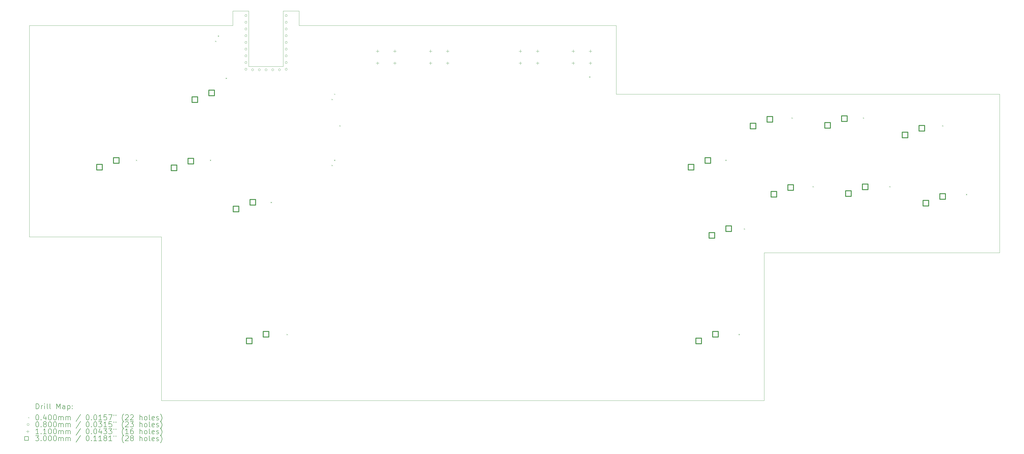
<source format=gbr>
%TF.GenerationSoftware,KiCad,Pcbnew,7.0.10*%
%TF.CreationDate,2024-02-02T16:12:24-06:00*%
%TF.ProjectId,genbox,67656e62-6f78-42e6-9b69-6361645f7063,rev?*%
%TF.SameCoordinates,Original*%
%TF.FileFunction,Drillmap*%
%TF.FilePolarity,Positive*%
%FSLAX45Y45*%
G04 Gerber Fmt 4.5, Leading zero omitted, Abs format (unit mm)*
G04 Created by KiCad (PCBNEW 7.0.10) date 2024-02-02 16:12:24*
%MOMM*%
%LPD*%
G01*
G04 APERTURE LIST*
%ADD10C,0.100000*%
%ADD11C,0.200000*%
%ADD12C,0.110000*%
%ADD13C,0.300000*%
G04 APERTURE END LIST*
D10*
X11050000Y-8550000D02*
X12350000Y-8550000D01*
X12350000Y-6450000D01*
X12950000Y-6450000D01*
X12950000Y-7000000D01*
X24950000Y-7000000D01*
X24950000Y-9600000D01*
X39450000Y-9600000D01*
X39450000Y-15600000D01*
X30550000Y-15600000D01*
X30550000Y-21200000D01*
X19150000Y-21200000D01*
X7750000Y-21200000D01*
X7750000Y-15000000D01*
X2750000Y-15000000D01*
X2750000Y-7000000D01*
X10450000Y-7000000D01*
X10450000Y-6450000D01*
X11050000Y-6450000D01*
X11050000Y-8550000D01*
D11*
D10*
X6780000Y-12080000D02*
X6820000Y-12120000D01*
X6820000Y-12080000D02*
X6780000Y-12120000D01*
X9580000Y-12080000D02*
X9620000Y-12120000D01*
X9620000Y-12080000D02*
X9580000Y-12120000D01*
X9780000Y-7580000D02*
X9820000Y-7620000D01*
X9820000Y-7580000D02*
X9780000Y-7620000D01*
X9880000Y-7380000D02*
X9920000Y-7420000D01*
X9920000Y-7380000D02*
X9880000Y-7420000D01*
X10180000Y-8980000D02*
X10220000Y-9020000D01*
X10220000Y-8980000D02*
X10180000Y-9020000D01*
X11880000Y-13680000D02*
X11920000Y-13720000D01*
X11920000Y-13680000D02*
X11880000Y-13720000D01*
X12480000Y-18680000D02*
X12520000Y-18720000D01*
X12520000Y-18680000D02*
X12480000Y-18720000D01*
X14180000Y-9780000D02*
X14220000Y-9820000D01*
X14220000Y-9780000D02*
X14180000Y-9820000D01*
X14180000Y-12280000D02*
X14220000Y-12320000D01*
X14220000Y-12280000D02*
X14180000Y-12320000D01*
X14280000Y-9580000D02*
X14320000Y-9620000D01*
X14320000Y-9580000D02*
X14280000Y-9620000D01*
X14280000Y-12080000D02*
X14320000Y-12120000D01*
X14320000Y-12080000D02*
X14280000Y-12120000D01*
X14480000Y-10780000D02*
X14520000Y-10820000D01*
X14520000Y-10780000D02*
X14480000Y-10820000D01*
X23930000Y-8930000D02*
X23970000Y-8970000D01*
X23970000Y-8930000D02*
X23930000Y-8970000D01*
X29080000Y-12080000D02*
X29120000Y-12120000D01*
X29120000Y-12080000D02*
X29080000Y-12120000D01*
X29580000Y-18680000D02*
X29620000Y-18720000D01*
X29620000Y-18680000D02*
X29580000Y-18720000D01*
X29780000Y-14680000D02*
X29820000Y-14720000D01*
X29820000Y-14680000D02*
X29780000Y-14720000D01*
X31580000Y-10480000D02*
X31620000Y-10520000D01*
X31620000Y-10480000D02*
X31580000Y-10520000D01*
X32380000Y-13080000D02*
X32420000Y-13120000D01*
X32420000Y-13080000D02*
X32380000Y-13120000D01*
X34280000Y-10480000D02*
X34320000Y-10520000D01*
X34320000Y-10480000D02*
X34280000Y-10520000D01*
X35280000Y-13080000D02*
X35320000Y-13120000D01*
X35320000Y-13080000D02*
X35280000Y-13120000D01*
X37280000Y-10780000D02*
X37320000Y-10820000D01*
X37320000Y-10780000D02*
X37280000Y-10820000D01*
X38180000Y-13380000D02*
X38220000Y-13420000D01*
X38220000Y-13380000D02*
X38180000Y-13420000D01*
X10983500Y-6626500D02*
G75*
G03*
X10903500Y-6626500I-40000J0D01*
G01*
X10903500Y-6626500D02*
G75*
G03*
X10983500Y-6626500I40000J0D01*
G01*
X10983500Y-6880500D02*
G75*
G03*
X10903500Y-6880500I-40000J0D01*
G01*
X10903500Y-6880500D02*
G75*
G03*
X10983500Y-6880500I40000J0D01*
G01*
X10983500Y-7134500D02*
G75*
G03*
X10903500Y-7134500I-40000J0D01*
G01*
X10903500Y-7134500D02*
G75*
G03*
X10983500Y-7134500I40000J0D01*
G01*
X10983500Y-7388500D02*
G75*
G03*
X10903500Y-7388500I-40000J0D01*
G01*
X10903500Y-7388500D02*
G75*
G03*
X10983500Y-7388500I40000J0D01*
G01*
X10983500Y-7642500D02*
G75*
G03*
X10903500Y-7642500I-40000J0D01*
G01*
X10903500Y-7642500D02*
G75*
G03*
X10983500Y-7642500I40000J0D01*
G01*
X10983500Y-7896500D02*
G75*
G03*
X10903500Y-7896500I-40000J0D01*
G01*
X10903500Y-7896500D02*
G75*
G03*
X10983500Y-7896500I40000J0D01*
G01*
X10983500Y-8150500D02*
G75*
G03*
X10903500Y-8150500I-40000J0D01*
G01*
X10903500Y-8150500D02*
G75*
G03*
X10983500Y-8150500I40000J0D01*
G01*
X10983500Y-8404500D02*
G75*
G03*
X10903500Y-8404500I-40000J0D01*
G01*
X10903500Y-8404500D02*
G75*
G03*
X10983500Y-8404500I40000J0D01*
G01*
X10983500Y-8658500D02*
G75*
G03*
X10903500Y-8658500I-40000J0D01*
G01*
X10903500Y-8658500D02*
G75*
G03*
X10983500Y-8658500I40000J0D01*
G01*
X11237500Y-8679500D02*
G75*
G03*
X11157500Y-8679500I-40000J0D01*
G01*
X11157500Y-8679500D02*
G75*
G03*
X11237500Y-8679500I40000J0D01*
G01*
X11491500Y-8679500D02*
G75*
G03*
X11411500Y-8679500I-40000J0D01*
G01*
X11411500Y-8679500D02*
G75*
G03*
X11491500Y-8679500I40000J0D01*
G01*
X11745500Y-8679500D02*
G75*
G03*
X11665500Y-8679500I-40000J0D01*
G01*
X11665500Y-8679500D02*
G75*
G03*
X11745500Y-8679500I40000J0D01*
G01*
X11999500Y-8679500D02*
G75*
G03*
X11919500Y-8679500I-40000J0D01*
G01*
X11919500Y-8679500D02*
G75*
G03*
X11999500Y-8679500I40000J0D01*
G01*
X12253500Y-8679500D02*
G75*
G03*
X12173500Y-8679500I-40000J0D01*
G01*
X12173500Y-8679500D02*
G75*
G03*
X12253500Y-8679500I40000J0D01*
G01*
X12507500Y-6626500D02*
G75*
G03*
X12427500Y-6626500I-40000J0D01*
G01*
X12427500Y-6626500D02*
G75*
G03*
X12507500Y-6626500I40000J0D01*
G01*
X12507500Y-6880500D02*
G75*
G03*
X12427500Y-6880500I-40000J0D01*
G01*
X12427500Y-6880500D02*
G75*
G03*
X12507500Y-6880500I40000J0D01*
G01*
X12507500Y-7134500D02*
G75*
G03*
X12427500Y-7134500I-40000J0D01*
G01*
X12427500Y-7134500D02*
G75*
G03*
X12507500Y-7134500I40000J0D01*
G01*
X12507500Y-7388500D02*
G75*
G03*
X12427500Y-7388500I-40000J0D01*
G01*
X12427500Y-7388500D02*
G75*
G03*
X12507500Y-7388500I40000J0D01*
G01*
X12507500Y-7642500D02*
G75*
G03*
X12427500Y-7642500I-40000J0D01*
G01*
X12427500Y-7642500D02*
G75*
G03*
X12507500Y-7642500I40000J0D01*
G01*
X12507500Y-7896500D02*
G75*
G03*
X12427500Y-7896500I-40000J0D01*
G01*
X12427500Y-7896500D02*
G75*
G03*
X12507500Y-7896500I40000J0D01*
G01*
X12507500Y-8150500D02*
G75*
G03*
X12427500Y-8150500I-40000J0D01*
G01*
X12427500Y-8150500D02*
G75*
G03*
X12507500Y-8150500I40000J0D01*
G01*
X12507500Y-8404500D02*
G75*
G03*
X12427500Y-8404500I-40000J0D01*
G01*
X12427500Y-8404500D02*
G75*
G03*
X12507500Y-8404500I40000J0D01*
G01*
X12507500Y-8658500D02*
G75*
G03*
X12427500Y-8658500I-40000J0D01*
G01*
X12427500Y-8658500D02*
G75*
G03*
X12507500Y-8658500I40000J0D01*
G01*
D12*
X15925000Y-7920000D02*
X15925000Y-8030000D01*
X15870000Y-7975000D02*
X15980000Y-7975000D01*
X15925000Y-8370000D02*
X15925000Y-8480000D01*
X15870000Y-8425000D02*
X15980000Y-8425000D01*
X16575000Y-7920000D02*
X16575000Y-8030000D01*
X16520000Y-7975000D02*
X16630000Y-7975000D01*
X16575000Y-8370000D02*
X16575000Y-8480000D01*
X16520000Y-8425000D02*
X16630000Y-8425000D01*
X17925000Y-7920000D02*
X17925000Y-8030000D01*
X17870000Y-7975000D02*
X17980000Y-7975000D01*
X17925000Y-8370000D02*
X17925000Y-8480000D01*
X17870000Y-8425000D02*
X17980000Y-8425000D01*
X18575000Y-7920000D02*
X18575000Y-8030000D01*
X18520000Y-7975000D02*
X18630000Y-7975000D01*
X18575000Y-8370000D02*
X18575000Y-8480000D01*
X18520000Y-8425000D02*
X18630000Y-8425000D01*
X21325000Y-7920000D02*
X21325000Y-8030000D01*
X21270000Y-7975000D02*
X21380000Y-7975000D01*
X21325000Y-8370000D02*
X21325000Y-8480000D01*
X21270000Y-8425000D02*
X21380000Y-8425000D01*
X21975000Y-7920000D02*
X21975000Y-8030000D01*
X21920000Y-7975000D02*
X22030000Y-7975000D01*
X21975000Y-8370000D02*
X21975000Y-8480000D01*
X21920000Y-8425000D02*
X22030000Y-8425000D01*
X23325000Y-7920000D02*
X23325000Y-8030000D01*
X23270000Y-7975000D02*
X23380000Y-7975000D01*
X23325000Y-8370000D02*
X23325000Y-8480000D01*
X23270000Y-8425000D02*
X23380000Y-8425000D01*
X23975000Y-7920000D02*
X23975000Y-8030000D01*
X23920000Y-7975000D02*
X24030000Y-7975000D01*
X23975000Y-8370000D02*
X23975000Y-8480000D01*
X23920000Y-8425000D02*
X24030000Y-8425000D01*
D13*
X5511067Y-12473257D02*
X5511067Y-12261123D01*
X5298933Y-12261123D01*
X5298933Y-12473257D01*
X5511067Y-12473257D01*
X6146067Y-12219257D02*
X6146067Y-12007123D01*
X5933933Y-12007123D01*
X5933933Y-12219257D01*
X6146067Y-12219257D01*
X8326967Y-12497617D02*
X8326967Y-12285483D01*
X8114833Y-12285483D01*
X8114833Y-12497617D01*
X8326967Y-12497617D01*
X8961967Y-12243617D02*
X8961967Y-12031483D01*
X8749833Y-12031483D01*
X8749833Y-12243617D01*
X8961967Y-12243617D01*
X9116367Y-9915597D02*
X9116367Y-9703463D01*
X8904233Y-9703463D01*
X8904233Y-9915597D01*
X9116367Y-9915597D01*
X9751367Y-9661597D02*
X9751367Y-9449463D01*
X9539233Y-9449463D01*
X9539233Y-9661597D01*
X9751367Y-9661597D01*
X10675067Y-14052067D02*
X10675067Y-13839933D01*
X10462933Y-13839933D01*
X10462933Y-14052067D01*
X10675067Y-14052067D01*
X11175067Y-19052067D02*
X11175067Y-18839933D01*
X10962933Y-18839933D01*
X10962933Y-19052067D01*
X11175067Y-19052067D01*
X11310067Y-13798067D02*
X11310067Y-13585933D01*
X11097933Y-13585933D01*
X11097933Y-13798067D01*
X11310067Y-13798067D01*
X11810067Y-18798067D02*
X11810067Y-18585933D01*
X11597933Y-18585933D01*
X11597933Y-18798067D01*
X11810067Y-18798067D01*
X27885667Y-12470047D02*
X27885667Y-12257913D01*
X27673533Y-12257913D01*
X27673533Y-12470047D01*
X27885667Y-12470047D01*
X28175067Y-19052067D02*
X28175067Y-18839933D01*
X27962933Y-18839933D01*
X27962933Y-19052067D01*
X28175067Y-19052067D01*
X28520667Y-12216047D02*
X28520667Y-12003913D01*
X28308533Y-12003913D01*
X28308533Y-12216047D01*
X28520667Y-12216047D01*
X28675067Y-15052067D02*
X28675067Y-14839933D01*
X28462933Y-14839933D01*
X28462933Y-15052067D01*
X28675067Y-15052067D01*
X28810067Y-18798067D02*
X28810067Y-18585933D01*
X28597933Y-18585933D01*
X28597933Y-18798067D01*
X28810067Y-18798067D01*
X29310067Y-14798067D02*
X29310067Y-14585933D01*
X29097933Y-14585933D01*
X29097933Y-14798067D01*
X29310067Y-14798067D01*
X30233767Y-10915597D02*
X30233767Y-10703463D01*
X30021633Y-10703463D01*
X30021633Y-10915597D01*
X30233767Y-10915597D01*
X30868767Y-10661597D02*
X30868767Y-10449463D01*
X30656633Y-10449463D01*
X30656633Y-10661597D01*
X30868767Y-10661597D01*
X31023167Y-13497617D02*
X31023167Y-13285483D01*
X30811033Y-13285483D01*
X30811033Y-13497617D01*
X31023167Y-13497617D01*
X31658167Y-13243617D02*
X31658167Y-13031483D01*
X31446033Y-13031483D01*
X31446033Y-13243617D01*
X31658167Y-13243617D01*
X33049667Y-10891237D02*
X33049667Y-10679103D01*
X32837533Y-10679103D01*
X32837533Y-10891237D01*
X33049667Y-10891237D01*
X33684667Y-10637237D02*
X33684667Y-10425103D01*
X33472533Y-10425103D01*
X33472533Y-10637237D01*
X33684667Y-10637237D01*
X33839067Y-13473257D02*
X33839067Y-13261123D01*
X33626933Y-13261123D01*
X33626933Y-13473257D01*
X33839067Y-13473257D01*
X34474067Y-13219257D02*
X34474067Y-13007123D01*
X34261933Y-13007123D01*
X34261933Y-13219257D01*
X34474067Y-13219257D01*
X35982567Y-11249397D02*
X35982567Y-11037263D01*
X35770433Y-11037263D01*
X35770433Y-11249397D01*
X35982567Y-11249397D01*
X36617567Y-10995397D02*
X36617567Y-10783263D01*
X36405433Y-10783263D01*
X36405433Y-10995397D01*
X36617567Y-10995397D01*
X36771967Y-13831417D02*
X36771967Y-13619283D01*
X36559833Y-13619283D01*
X36559833Y-13831417D01*
X36771967Y-13831417D01*
X37406967Y-13577417D02*
X37406967Y-13365283D01*
X37194833Y-13365283D01*
X37194833Y-13577417D01*
X37406967Y-13577417D01*
D11*
X3005777Y-21516484D02*
X3005777Y-21316484D01*
X3005777Y-21316484D02*
X3053396Y-21316484D01*
X3053396Y-21316484D02*
X3081967Y-21326008D01*
X3081967Y-21326008D02*
X3101015Y-21345055D01*
X3101015Y-21345055D02*
X3110539Y-21364103D01*
X3110539Y-21364103D02*
X3120062Y-21402198D01*
X3120062Y-21402198D02*
X3120062Y-21430770D01*
X3120062Y-21430770D02*
X3110539Y-21468865D01*
X3110539Y-21468865D02*
X3101015Y-21487912D01*
X3101015Y-21487912D02*
X3081967Y-21506960D01*
X3081967Y-21506960D02*
X3053396Y-21516484D01*
X3053396Y-21516484D02*
X3005777Y-21516484D01*
X3205777Y-21516484D02*
X3205777Y-21383150D01*
X3205777Y-21421246D02*
X3215301Y-21402198D01*
X3215301Y-21402198D02*
X3224824Y-21392674D01*
X3224824Y-21392674D02*
X3243872Y-21383150D01*
X3243872Y-21383150D02*
X3262920Y-21383150D01*
X3329586Y-21516484D02*
X3329586Y-21383150D01*
X3329586Y-21316484D02*
X3320062Y-21326008D01*
X3320062Y-21326008D02*
X3329586Y-21335531D01*
X3329586Y-21335531D02*
X3339110Y-21326008D01*
X3339110Y-21326008D02*
X3329586Y-21316484D01*
X3329586Y-21316484D02*
X3329586Y-21335531D01*
X3453396Y-21516484D02*
X3434348Y-21506960D01*
X3434348Y-21506960D02*
X3424824Y-21487912D01*
X3424824Y-21487912D02*
X3424824Y-21316484D01*
X3558158Y-21516484D02*
X3539110Y-21506960D01*
X3539110Y-21506960D02*
X3529586Y-21487912D01*
X3529586Y-21487912D02*
X3529586Y-21316484D01*
X3786729Y-21516484D02*
X3786729Y-21316484D01*
X3786729Y-21316484D02*
X3853396Y-21459341D01*
X3853396Y-21459341D02*
X3920062Y-21316484D01*
X3920062Y-21316484D02*
X3920062Y-21516484D01*
X4101015Y-21516484D02*
X4101015Y-21411722D01*
X4101015Y-21411722D02*
X4091491Y-21392674D01*
X4091491Y-21392674D02*
X4072443Y-21383150D01*
X4072443Y-21383150D02*
X4034348Y-21383150D01*
X4034348Y-21383150D02*
X4015301Y-21392674D01*
X4101015Y-21506960D02*
X4081967Y-21516484D01*
X4081967Y-21516484D02*
X4034348Y-21516484D01*
X4034348Y-21516484D02*
X4015301Y-21506960D01*
X4015301Y-21506960D02*
X4005777Y-21487912D01*
X4005777Y-21487912D02*
X4005777Y-21468865D01*
X4005777Y-21468865D02*
X4015301Y-21449817D01*
X4015301Y-21449817D02*
X4034348Y-21440293D01*
X4034348Y-21440293D02*
X4081967Y-21440293D01*
X4081967Y-21440293D02*
X4101015Y-21430770D01*
X4196253Y-21383150D02*
X4196253Y-21583150D01*
X4196253Y-21392674D02*
X4215301Y-21383150D01*
X4215301Y-21383150D02*
X4253396Y-21383150D01*
X4253396Y-21383150D02*
X4272444Y-21392674D01*
X4272444Y-21392674D02*
X4281967Y-21402198D01*
X4281967Y-21402198D02*
X4291491Y-21421246D01*
X4291491Y-21421246D02*
X4291491Y-21478389D01*
X4291491Y-21478389D02*
X4281967Y-21497436D01*
X4281967Y-21497436D02*
X4272444Y-21506960D01*
X4272444Y-21506960D02*
X4253396Y-21516484D01*
X4253396Y-21516484D02*
X4215301Y-21516484D01*
X4215301Y-21516484D02*
X4196253Y-21506960D01*
X4377205Y-21497436D02*
X4386729Y-21506960D01*
X4386729Y-21506960D02*
X4377205Y-21516484D01*
X4377205Y-21516484D02*
X4367682Y-21506960D01*
X4367682Y-21506960D02*
X4377205Y-21497436D01*
X4377205Y-21497436D02*
X4377205Y-21516484D01*
X4377205Y-21392674D02*
X4386729Y-21402198D01*
X4386729Y-21402198D02*
X4377205Y-21411722D01*
X4377205Y-21411722D02*
X4367682Y-21402198D01*
X4367682Y-21402198D02*
X4377205Y-21392674D01*
X4377205Y-21392674D02*
X4377205Y-21411722D01*
D10*
X2705000Y-21825000D02*
X2745000Y-21865000D01*
X2745000Y-21825000D02*
X2705000Y-21865000D01*
D11*
X3043872Y-21736484D02*
X3062920Y-21736484D01*
X3062920Y-21736484D02*
X3081967Y-21746008D01*
X3081967Y-21746008D02*
X3091491Y-21755531D01*
X3091491Y-21755531D02*
X3101015Y-21774579D01*
X3101015Y-21774579D02*
X3110539Y-21812674D01*
X3110539Y-21812674D02*
X3110539Y-21860293D01*
X3110539Y-21860293D02*
X3101015Y-21898389D01*
X3101015Y-21898389D02*
X3091491Y-21917436D01*
X3091491Y-21917436D02*
X3081967Y-21926960D01*
X3081967Y-21926960D02*
X3062920Y-21936484D01*
X3062920Y-21936484D02*
X3043872Y-21936484D01*
X3043872Y-21936484D02*
X3024824Y-21926960D01*
X3024824Y-21926960D02*
X3015301Y-21917436D01*
X3015301Y-21917436D02*
X3005777Y-21898389D01*
X3005777Y-21898389D02*
X2996253Y-21860293D01*
X2996253Y-21860293D02*
X2996253Y-21812674D01*
X2996253Y-21812674D02*
X3005777Y-21774579D01*
X3005777Y-21774579D02*
X3015301Y-21755531D01*
X3015301Y-21755531D02*
X3024824Y-21746008D01*
X3024824Y-21746008D02*
X3043872Y-21736484D01*
X3196253Y-21917436D02*
X3205777Y-21926960D01*
X3205777Y-21926960D02*
X3196253Y-21936484D01*
X3196253Y-21936484D02*
X3186729Y-21926960D01*
X3186729Y-21926960D02*
X3196253Y-21917436D01*
X3196253Y-21917436D02*
X3196253Y-21936484D01*
X3377205Y-21803150D02*
X3377205Y-21936484D01*
X3329586Y-21726960D02*
X3281967Y-21869817D01*
X3281967Y-21869817D02*
X3405777Y-21869817D01*
X3520062Y-21736484D02*
X3539110Y-21736484D01*
X3539110Y-21736484D02*
X3558158Y-21746008D01*
X3558158Y-21746008D02*
X3567682Y-21755531D01*
X3567682Y-21755531D02*
X3577205Y-21774579D01*
X3577205Y-21774579D02*
X3586729Y-21812674D01*
X3586729Y-21812674D02*
X3586729Y-21860293D01*
X3586729Y-21860293D02*
X3577205Y-21898389D01*
X3577205Y-21898389D02*
X3567682Y-21917436D01*
X3567682Y-21917436D02*
X3558158Y-21926960D01*
X3558158Y-21926960D02*
X3539110Y-21936484D01*
X3539110Y-21936484D02*
X3520062Y-21936484D01*
X3520062Y-21936484D02*
X3501015Y-21926960D01*
X3501015Y-21926960D02*
X3491491Y-21917436D01*
X3491491Y-21917436D02*
X3481967Y-21898389D01*
X3481967Y-21898389D02*
X3472443Y-21860293D01*
X3472443Y-21860293D02*
X3472443Y-21812674D01*
X3472443Y-21812674D02*
X3481967Y-21774579D01*
X3481967Y-21774579D02*
X3491491Y-21755531D01*
X3491491Y-21755531D02*
X3501015Y-21746008D01*
X3501015Y-21746008D02*
X3520062Y-21736484D01*
X3710539Y-21736484D02*
X3729586Y-21736484D01*
X3729586Y-21736484D02*
X3748634Y-21746008D01*
X3748634Y-21746008D02*
X3758158Y-21755531D01*
X3758158Y-21755531D02*
X3767682Y-21774579D01*
X3767682Y-21774579D02*
X3777205Y-21812674D01*
X3777205Y-21812674D02*
X3777205Y-21860293D01*
X3777205Y-21860293D02*
X3767682Y-21898389D01*
X3767682Y-21898389D02*
X3758158Y-21917436D01*
X3758158Y-21917436D02*
X3748634Y-21926960D01*
X3748634Y-21926960D02*
X3729586Y-21936484D01*
X3729586Y-21936484D02*
X3710539Y-21936484D01*
X3710539Y-21936484D02*
X3691491Y-21926960D01*
X3691491Y-21926960D02*
X3681967Y-21917436D01*
X3681967Y-21917436D02*
X3672443Y-21898389D01*
X3672443Y-21898389D02*
X3662920Y-21860293D01*
X3662920Y-21860293D02*
X3662920Y-21812674D01*
X3662920Y-21812674D02*
X3672443Y-21774579D01*
X3672443Y-21774579D02*
X3681967Y-21755531D01*
X3681967Y-21755531D02*
X3691491Y-21746008D01*
X3691491Y-21746008D02*
X3710539Y-21736484D01*
X3862920Y-21936484D02*
X3862920Y-21803150D01*
X3862920Y-21822198D02*
X3872443Y-21812674D01*
X3872443Y-21812674D02*
X3891491Y-21803150D01*
X3891491Y-21803150D02*
X3920063Y-21803150D01*
X3920063Y-21803150D02*
X3939110Y-21812674D01*
X3939110Y-21812674D02*
X3948634Y-21831722D01*
X3948634Y-21831722D02*
X3948634Y-21936484D01*
X3948634Y-21831722D02*
X3958158Y-21812674D01*
X3958158Y-21812674D02*
X3977205Y-21803150D01*
X3977205Y-21803150D02*
X4005777Y-21803150D01*
X4005777Y-21803150D02*
X4024824Y-21812674D01*
X4024824Y-21812674D02*
X4034348Y-21831722D01*
X4034348Y-21831722D02*
X4034348Y-21936484D01*
X4129586Y-21936484D02*
X4129586Y-21803150D01*
X4129586Y-21822198D02*
X4139110Y-21812674D01*
X4139110Y-21812674D02*
X4158158Y-21803150D01*
X4158158Y-21803150D02*
X4186729Y-21803150D01*
X4186729Y-21803150D02*
X4205777Y-21812674D01*
X4205777Y-21812674D02*
X4215301Y-21831722D01*
X4215301Y-21831722D02*
X4215301Y-21936484D01*
X4215301Y-21831722D02*
X4224825Y-21812674D01*
X4224825Y-21812674D02*
X4243872Y-21803150D01*
X4243872Y-21803150D02*
X4272444Y-21803150D01*
X4272444Y-21803150D02*
X4291491Y-21812674D01*
X4291491Y-21812674D02*
X4301015Y-21831722D01*
X4301015Y-21831722D02*
X4301015Y-21936484D01*
X4691491Y-21726960D02*
X4520063Y-21984103D01*
X4948634Y-21736484D02*
X4967682Y-21736484D01*
X4967682Y-21736484D02*
X4986729Y-21746008D01*
X4986729Y-21746008D02*
X4996253Y-21755531D01*
X4996253Y-21755531D02*
X5005777Y-21774579D01*
X5005777Y-21774579D02*
X5015301Y-21812674D01*
X5015301Y-21812674D02*
X5015301Y-21860293D01*
X5015301Y-21860293D02*
X5005777Y-21898389D01*
X5005777Y-21898389D02*
X4996253Y-21917436D01*
X4996253Y-21917436D02*
X4986729Y-21926960D01*
X4986729Y-21926960D02*
X4967682Y-21936484D01*
X4967682Y-21936484D02*
X4948634Y-21936484D01*
X4948634Y-21936484D02*
X4929587Y-21926960D01*
X4929587Y-21926960D02*
X4920063Y-21917436D01*
X4920063Y-21917436D02*
X4910539Y-21898389D01*
X4910539Y-21898389D02*
X4901015Y-21860293D01*
X4901015Y-21860293D02*
X4901015Y-21812674D01*
X4901015Y-21812674D02*
X4910539Y-21774579D01*
X4910539Y-21774579D02*
X4920063Y-21755531D01*
X4920063Y-21755531D02*
X4929587Y-21746008D01*
X4929587Y-21746008D02*
X4948634Y-21736484D01*
X5101015Y-21917436D02*
X5110539Y-21926960D01*
X5110539Y-21926960D02*
X5101015Y-21936484D01*
X5101015Y-21936484D02*
X5091491Y-21926960D01*
X5091491Y-21926960D02*
X5101015Y-21917436D01*
X5101015Y-21917436D02*
X5101015Y-21936484D01*
X5234348Y-21736484D02*
X5253396Y-21736484D01*
X5253396Y-21736484D02*
X5272444Y-21746008D01*
X5272444Y-21746008D02*
X5281968Y-21755531D01*
X5281968Y-21755531D02*
X5291491Y-21774579D01*
X5291491Y-21774579D02*
X5301015Y-21812674D01*
X5301015Y-21812674D02*
X5301015Y-21860293D01*
X5301015Y-21860293D02*
X5291491Y-21898389D01*
X5291491Y-21898389D02*
X5281968Y-21917436D01*
X5281968Y-21917436D02*
X5272444Y-21926960D01*
X5272444Y-21926960D02*
X5253396Y-21936484D01*
X5253396Y-21936484D02*
X5234348Y-21936484D01*
X5234348Y-21936484D02*
X5215301Y-21926960D01*
X5215301Y-21926960D02*
X5205777Y-21917436D01*
X5205777Y-21917436D02*
X5196253Y-21898389D01*
X5196253Y-21898389D02*
X5186729Y-21860293D01*
X5186729Y-21860293D02*
X5186729Y-21812674D01*
X5186729Y-21812674D02*
X5196253Y-21774579D01*
X5196253Y-21774579D02*
X5205777Y-21755531D01*
X5205777Y-21755531D02*
X5215301Y-21746008D01*
X5215301Y-21746008D02*
X5234348Y-21736484D01*
X5491491Y-21936484D02*
X5377206Y-21936484D01*
X5434348Y-21936484D02*
X5434348Y-21736484D01*
X5434348Y-21736484D02*
X5415301Y-21765055D01*
X5415301Y-21765055D02*
X5396253Y-21784103D01*
X5396253Y-21784103D02*
X5377206Y-21793627D01*
X5672444Y-21736484D02*
X5577206Y-21736484D01*
X5577206Y-21736484D02*
X5567682Y-21831722D01*
X5567682Y-21831722D02*
X5577206Y-21822198D01*
X5577206Y-21822198D02*
X5596253Y-21812674D01*
X5596253Y-21812674D02*
X5643872Y-21812674D01*
X5643872Y-21812674D02*
X5662920Y-21822198D01*
X5662920Y-21822198D02*
X5672444Y-21831722D01*
X5672444Y-21831722D02*
X5681967Y-21850770D01*
X5681967Y-21850770D02*
X5681967Y-21898389D01*
X5681967Y-21898389D02*
X5672444Y-21917436D01*
X5672444Y-21917436D02*
X5662920Y-21926960D01*
X5662920Y-21926960D02*
X5643872Y-21936484D01*
X5643872Y-21936484D02*
X5596253Y-21936484D01*
X5596253Y-21936484D02*
X5577206Y-21926960D01*
X5577206Y-21926960D02*
X5567682Y-21917436D01*
X5748634Y-21736484D02*
X5881967Y-21736484D01*
X5881967Y-21736484D02*
X5796253Y-21936484D01*
X5948634Y-21736484D02*
X5948634Y-21774579D01*
X6024825Y-21736484D02*
X6024825Y-21774579D01*
X6320063Y-22012674D02*
X6310539Y-22003150D01*
X6310539Y-22003150D02*
X6291491Y-21974579D01*
X6291491Y-21974579D02*
X6281968Y-21955531D01*
X6281968Y-21955531D02*
X6272444Y-21926960D01*
X6272444Y-21926960D02*
X6262920Y-21879341D01*
X6262920Y-21879341D02*
X6262920Y-21841246D01*
X6262920Y-21841246D02*
X6272444Y-21793627D01*
X6272444Y-21793627D02*
X6281968Y-21765055D01*
X6281968Y-21765055D02*
X6291491Y-21746008D01*
X6291491Y-21746008D02*
X6310539Y-21717436D01*
X6310539Y-21717436D02*
X6320063Y-21707912D01*
X6386729Y-21755531D02*
X6396253Y-21746008D01*
X6396253Y-21746008D02*
X6415301Y-21736484D01*
X6415301Y-21736484D02*
X6462920Y-21736484D01*
X6462920Y-21736484D02*
X6481968Y-21746008D01*
X6481968Y-21746008D02*
X6491491Y-21755531D01*
X6491491Y-21755531D02*
X6501015Y-21774579D01*
X6501015Y-21774579D02*
X6501015Y-21793627D01*
X6501015Y-21793627D02*
X6491491Y-21822198D01*
X6491491Y-21822198D02*
X6377206Y-21936484D01*
X6377206Y-21936484D02*
X6501015Y-21936484D01*
X6577206Y-21755531D02*
X6586729Y-21746008D01*
X6586729Y-21746008D02*
X6605777Y-21736484D01*
X6605777Y-21736484D02*
X6653396Y-21736484D01*
X6653396Y-21736484D02*
X6672444Y-21746008D01*
X6672444Y-21746008D02*
X6681968Y-21755531D01*
X6681968Y-21755531D02*
X6691491Y-21774579D01*
X6691491Y-21774579D02*
X6691491Y-21793627D01*
X6691491Y-21793627D02*
X6681968Y-21822198D01*
X6681968Y-21822198D02*
X6567682Y-21936484D01*
X6567682Y-21936484D02*
X6691491Y-21936484D01*
X6929587Y-21936484D02*
X6929587Y-21736484D01*
X7015301Y-21936484D02*
X7015301Y-21831722D01*
X7015301Y-21831722D02*
X7005777Y-21812674D01*
X7005777Y-21812674D02*
X6986730Y-21803150D01*
X6986730Y-21803150D02*
X6958158Y-21803150D01*
X6958158Y-21803150D02*
X6939110Y-21812674D01*
X6939110Y-21812674D02*
X6929587Y-21822198D01*
X7139110Y-21936484D02*
X7120063Y-21926960D01*
X7120063Y-21926960D02*
X7110539Y-21917436D01*
X7110539Y-21917436D02*
X7101015Y-21898389D01*
X7101015Y-21898389D02*
X7101015Y-21841246D01*
X7101015Y-21841246D02*
X7110539Y-21822198D01*
X7110539Y-21822198D02*
X7120063Y-21812674D01*
X7120063Y-21812674D02*
X7139110Y-21803150D01*
X7139110Y-21803150D02*
X7167682Y-21803150D01*
X7167682Y-21803150D02*
X7186730Y-21812674D01*
X7186730Y-21812674D02*
X7196253Y-21822198D01*
X7196253Y-21822198D02*
X7205777Y-21841246D01*
X7205777Y-21841246D02*
X7205777Y-21898389D01*
X7205777Y-21898389D02*
X7196253Y-21917436D01*
X7196253Y-21917436D02*
X7186730Y-21926960D01*
X7186730Y-21926960D02*
X7167682Y-21936484D01*
X7167682Y-21936484D02*
X7139110Y-21936484D01*
X7320063Y-21936484D02*
X7301015Y-21926960D01*
X7301015Y-21926960D02*
X7291491Y-21907912D01*
X7291491Y-21907912D02*
X7291491Y-21736484D01*
X7472444Y-21926960D02*
X7453396Y-21936484D01*
X7453396Y-21936484D02*
X7415301Y-21936484D01*
X7415301Y-21936484D02*
X7396253Y-21926960D01*
X7396253Y-21926960D02*
X7386730Y-21907912D01*
X7386730Y-21907912D02*
X7386730Y-21831722D01*
X7386730Y-21831722D02*
X7396253Y-21812674D01*
X7396253Y-21812674D02*
X7415301Y-21803150D01*
X7415301Y-21803150D02*
X7453396Y-21803150D01*
X7453396Y-21803150D02*
X7472444Y-21812674D01*
X7472444Y-21812674D02*
X7481968Y-21831722D01*
X7481968Y-21831722D02*
X7481968Y-21850770D01*
X7481968Y-21850770D02*
X7386730Y-21869817D01*
X7558158Y-21926960D02*
X7577206Y-21936484D01*
X7577206Y-21936484D02*
X7615301Y-21936484D01*
X7615301Y-21936484D02*
X7634349Y-21926960D01*
X7634349Y-21926960D02*
X7643872Y-21907912D01*
X7643872Y-21907912D02*
X7643872Y-21898389D01*
X7643872Y-21898389D02*
X7634349Y-21879341D01*
X7634349Y-21879341D02*
X7615301Y-21869817D01*
X7615301Y-21869817D02*
X7586730Y-21869817D01*
X7586730Y-21869817D02*
X7567682Y-21860293D01*
X7567682Y-21860293D02*
X7558158Y-21841246D01*
X7558158Y-21841246D02*
X7558158Y-21831722D01*
X7558158Y-21831722D02*
X7567682Y-21812674D01*
X7567682Y-21812674D02*
X7586730Y-21803150D01*
X7586730Y-21803150D02*
X7615301Y-21803150D01*
X7615301Y-21803150D02*
X7634349Y-21812674D01*
X7710539Y-22012674D02*
X7720063Y-22003150D01*
X7720063Y-22003150D02*
X7739111Y-21974579D01*
X7739111Y-21974579D02*
X7748634Y-21955531D01*
X7748634Y-21955531D02*
X7758158Y-21926960D01*
X7758158Y-21926960D02*
X7767682Y-21879341D01*
X7767682Y-21879341D02*
X7767682Y-21841246D01*
X7767682Y-21841246D02*
X7758158Y-21793627D01*
X7758158Y-21793627D02*
X7748634Y-21765055D01*
X7748634Y-21765055D02*
X7739111Y-21746008D01*
X7739111Y-21746008D02*
X7720063Y-21717436D01*
X7720063Y-21717436D02*
X7710539Y-21707912D01*
D10*
X2745000Y-22109000D02*
G75*
G03*
X2665000Y-22109000I-40000J0D01*
G01*
X2665000Y-22109000D02*
G75*
G03*
X2745000Y-22109000I40000J0D01*
G01*
D11*
X3043872Y-22000484D02*
X3062920Y-22000484D01*
X3062920Y-22000484D02*
X3081967Y-22010008D01*
X3081967Y-22010008D02*
X3091491Y-22019531D01*
X3091491Y-22019531D02*
X3101015Y-22038579D01*
X3101015Y-22038579D02*
X3110539Y-22076674D01*
X3110539Y-22076674D02*
X3110539Y-22124293D01*
X3110539Y-22124293D02*
X3101015Y-22162389D01*
X3101015Y-22162389D02*
X3091491Y-22181436D01*
X3091491Y-22181436D02*
X3081967Y-22190960D01*
X3081967Y-22190960D02*
X3062920Y-22200484D01*
X3062920Y-22200484D02*
X3043872Y-22200484D01*
X3043872Y-22200484D02*
X3024824Y-22190960D01*
X3024824Y-22190960D02*
X3015301Y-22181436D01*
X3015301Y-22181436D02*
X3005777Y-22162389D01*
X3005777Y-22162389D02*
X2996253Y-22124293D01*
X2996253Y-22124293D02*
X2996253Y-22076674D01*
X2996253Y-22076674D02*
X3005777Y-22038579D01*
X3005777Y-22038579D02*
X3015301Y-22019531D01*
X3015301Y-22019531D02*
X3024824Y-22010008D01*
X3024824Y-22010008D02*
X3043872Y-22000484D01*
X3196253Y-22181436D02*
X3205777Y-22190960D01*
X3205777Y-22190960D02*
X3196253Y-22200484D01*
X3196253Y-22200484D02*
X3186729Y-22190960D01*
X3186729Y-22190960D02*
X3196253Y-22181436D01*
X3196253Y-22181436D02*
X3196253Y-22200484D01*
X3320062Y-22086198D02*
X3301015Y-22076674D01*
X3301015Y-22076674D02*
X3291491Y-22067150D01*
X3291491Y-22067150D02*
X3281967Y-22048103D01*
X3281967Y-22048103D02*
X3281967Y-22038579D01*
X3281967Y-22038579D02*
X3291491Y-22019531D01*
X3291491Y-22019531D02*
X3301015Y-22010008D01*
X3301015Y-22010008D02*
X3320062Y-22000484D01*
X3320062Y-22000484D02*
X3358158Y-22000484D01*
X3358158Y-22000484D02*
X3377205Y-22010008D01*
X3377205Y-22010008D02*
X3386729Y-22019531D01*
X3386729Y-22019531D02*
X3396253Y-22038579D01*
X3396253Y-22038579D02*
X3396253Y-22048103D01*
X3396253Y-22048103D02*
X3386729Y-22067150D01*
X3386729Y-22067150D02*
X3377205Y-22076674D01*
X3377205Y-22076674D02*
X3358158Y-22086198D01*
X3358158Y-22086198D02*
X3320062Y-22086198D01*
X3320062Y-22086198D02*
X3301015Y-22095722D01*
X3301015Y-22095722D02*
X3291491Y-22105246D01*
X3291491Y-22105246D02*
X3281967Y-22124293D01*
X3281967Y-22124293D02*
X3281967Y-22162389D01*
X3281967Y-22162389D02*
X3291491Y-22181436D01*
X3291491Y-22181436D02*
X3301015Y-22190960D01*
X3301015Y-22190960D02*
X3320062Y-22200484D01*
X3320062Y-22200484D02*
X3358158Y-22200484D01*
X3358158Y-22200484D02*
X3377205Y-22190960D01*
X3377205Y-22190960D02*
X3386729Y-22181436D01*
X3386729Y-22181436D02*
X3396253Y-22162389D01*
X3396253Y-22162389D02*
X3396253Y-22124293D01*
X3396253Y-22124293D02*
X3386729Y-22105246D01*
X3386729Y-22105246D02*
X3377205Y-22095722D01*
X3377205Y-22095722D02*
X3358158Y-22086198D01*
X3520062Y-22000484D02*
X3539110Y-22000484D01*
X3539110Y-22000484D02*
X3558158Y-22010008D01*
X3558158Y-22010008D02*
X3567682Y-22019531D01*
X3567682Y-22019531D02*
X3577205Y-22038579D01*
X3577205Y-22038579D02*
X3586729Y-22076674D01*
X3586729Y-22076674D02*
X3586729Y-22124293D01*
X3586729Y-22124293D02*
X3577205Y-22162389D01*
X3577205Y-22162389D02*
X3567682Y-22181436D01*
X3567682Y-22181436D02*
X3558158Y-22190960D01*
X3558158Y-22190960D02*
X3539110Y-22200484D01*
X3539110Y-22200484D02*
X3520062Y-22200484D01*
X3520062Y-22200484D02*
X3501015Y-22190960D01*
X3501015Y-22190960D02*
X3491491Y-22181436D01*
X3491491Y-22181436D02*
X3481967Y-22162389D01*
X3481967Y-22162389D02*
X3472443Y-22124293D01*
X3472443Y-22124293D02*
X3472443Y-22076674D01*
X3472443Y-22076674D02*
X3481967Y-22038579D01*
X3481967Y-22038579D02*
X3491491Y-22019531D01*
X3491491Y-22019531D02*
X3501015Y-22010008D01*
X3501015Y-22010008D02*
X3520062Y-22000484D01*
X3710539Y-22000484D02*
X3729586Y-22000484D01*
X3729586Y-22000484D02*
X3748634Y-22010008D01*
X3748634Y-22010008D02*
X3758158Y-22019531D01*
X3758158Y-22019531D02*
X3767682Y-22038579D01*
X3767682Y-22038579D02*
X3777205Y-22076674D01*
X3777205Y-22076674D02*
X3777205Y-22124293D01*
X3777205Y-22124293D02*
X3767682Y-22162389D01*
X3767682Y-22162389D02*
X3758158Y-22181436D01*
X3758158Y-22181436D02*
X3748634Y-22190960D01*
X3748634Y-22190960D02*
X3729586Y-22200484D01*
X3729586Y-22200484D02*
X3710539Y-22200484D01*
X3710539Y-22200484D02*
X3691491Y-22190960D01*
X3691491Y-22190960D02*
X3681967Y-22181436D01*
X3681967Y-22181436D02*
X3672443Y-22162389D01*
X3672443Y-22162389D02*
X3662920Y-22124293D01*
X3662920Y-22124293D02*
X3662920Y-22076674D01*
X3662920Y-22076674D02*
X3672443Y-22038579D01*
X3672443Y-22038579D02*
X3681967Y-22019531D01*
X3681967Y-22019531D02*
X3691491Y-22010008D01*
X3691491Y-22010008D02*
X3710539Y-22000484D01*
X3862920Y-22200484D02*
X3862920Y-22067150D01*
X3862920Y-22086198D02*
X3872443Y-22076674D01*
X3872443Y-22076674D02*
X3891491Y-22067150D01*
X3891491Y-22067150D02*
X3920063Y-22067150D01*
X3920063Y-22067150D02*
X3939110Y-22076674D01*
X3939110Y-22076674D02*
X3948634Y-22095722D01*
X3948634Y-22095722D02*
X3948634Y-22200484D01*
X3948634Y-22095722D02*
X3958158Y-22076674D01*
X3958158Y-22076674D02*
X3977205Y-22067150D01*
X3977205Y-22067150D02*
X4005777Y-22067150D01*
X4005777Y-22067150D02*
X4024824Y-22076674D01*
X4024824Y-22076674D02*
X4034348Y-22095722D01*
X4034348Y-22095722D02*
X4034348Y-22200484D01*
X4129586Y-22200484D02*
X4129586Y-22067150D01*
X4129586Y-22086198D02*
X4139110Y-22076674D01*
X4139110Y-22076674D02*
X4158158Y-22067150D01*
X4158158Y-22067150D02*
X4186729Y-22067150D01*
X4186729Y-22067150D02*
X4205777Y-22076674D01*
X4205777Y-22076674D02*
X4215301Y-22095722D01*
X4215301Y-22095722D02*
X4215301Y-22200484D01*
X4215301Y-22095722D02*
X4224825Y-22076674D01*
X4224825Y-22076674D02*
X4243872Y-22067150D01*
X4243872Y-22067150D02*
X4272444Y-22067150D01*
X4272444Y-22067150D02*
X4291491Y-22076674D01*
X4291491Y-22076674D02*
X4301015Y-22095722D01*
X4301015Y-22095722D02*
X4301015Y-22200484D01*
X4691491Y-21990960D02*
X4520063Y-22248103D01*
X4948634Y-22000484D02*
X4967682Y-22000484D01*
X4967682Y-22000484D02*
X4986729Y-22010008D01*
X4986729Y-22010008D02*
X4996253Y-22019531D01*
X4996253Y-22019531D02*
X5005777Y-22038579D01*
X5005777Y-22038579D02*
X5015301Y-22076674D01*
X5015301Y-22076674D02*
X5015301Y-22124293D01*
X5015301Y-22124293D02*
X5005777Y-22162389D01*
X5005777Y-22162389D02*
X4996253Y-22181436D01*
X4996253Y-22181436D02*
X4986729Y-22190960D01*
X4986729Y-22190960D02*
X4967682Y-22200484D01*
X4967682Y-22200484D02*
X4948634Y-22200484D01*
X4948634Y-22200484D02*
X4929587Y-22190960D01*
X4929587Y-22190960D02*
X4920063Y-22181436D01*
X4920063Y-22181436D02*
X4910539Y-22162389D01*
X4910539Y-22162389D02*
X4901015Y-22124293D01*
X4901015Y-22124293D02*
X4901015Y-22076674D01*
X4901015Y-22076674D02*
X4910539Y-22038579D01*
X4910539Y-22038579D02*
X4920063Y-22019531D01*
X4920063Y-22019531D02*
X4929587Y-22010008D01*
X4929587Y-22010008D02*
X4948634Y-22000484D01*
X5101015Y-22181436D02*
X5110539Y-22190960D01*
X5110539Y-22190960D02*
X5101015Y-22200484D01*
X5101015Y-22200484D02*
X5091491Y-22190960D01*
X5091491Y-22190960D02*
X5101015Y-22181436D01*
X5101015Y-22181436D02*
X5101015Y-22200484D01*
X5234348Y-22000484D02*
X5253396Y-22000484D01*
X5253396Y-22000484D02*
X5272444Y-22010008D01*
X5272444Y-22010008D02*
X5281968Y-22019531D01*
X5281968Y-22019531D02*
X5291491Y-22038579D01*
X5291491Y-22038579D02*
X5301015Y-22076674D01*
X5301015Y-22076674D02*
X5301015Y-22124293D01*
X5301015Y-22124293D02*
X5291491Y-22162389D01*
X5291491Y-22162389D02*
X5281968Y-22181436D01*
X5281968Y-22181436D02*
X5272444Y-22190960D01*
X5272444Y-22190960D02*
X5253396Y-22200484D01*
X5253396Y-22200484D02*
X5234348Y-22200484D01*
X5234348Y-22200484D02*
X5215301Y-22190960D01*
X5215301Y-22190960D02*
X5205777Y-22181436D01*
X5205777Y-22181436D02*
X5196253Y-22162389D01*
X5196253Y-22162389D02*
X5186729Y-22124293D01*
X5186729Y-22124293D02*
X5186729Y-22076674D01*
X5186729Y-22076674D02*
X5196253Y-22038579D01*
X5196253Y-22038579D02*
X5205777Y-22019531D01*
X5205777Y-22019531D02*
X5215301Y-22010008D01*
X5215301Y-22010008D02*
X5234348Y-22000484D01*
X5367682Y-22000484D02*
X5491491Y-22000484D01*
X5491491Y-22000484D02*
X5424825Y-22076674D01*
X5424825Y-22076674D02*
X5453396Y-22076674D01*
X5453396Y-22076674D02*
X5472444Y-22086198D01*
X5472444Y-22086198D02*
X5481968Y-22095722D01*
X5481968Y-22095722D02*
X5491491Y-22114770D01*
X5491491Y-22114770D02*
X5491491Y-22162389D01*
X5491491Y-22162389D02*
X5481968Y-22181436D01*
X5481968Y-22181436D02*
X5472444Y-22190960D01*
X5472444Y-22190960D02*
X5453396Y-22200484D01*
X5453396Y-22200484D02*
X5396253Y-22200484D01*
X5396253Y-22200484D02*
X5377206Y-22190960D01*
X5377206Y-22190960D02*
X5367682Y-22181436D01*
X5681967Y-22200484D02*
X5567682Y-22200484D01*
X5624825Y-22200484D02*
X5624825Y-22000484D01*
X5624825Y-22000484D02*
X5605777Y-22029055D01*
X5605777Y-22029055D02*
X5586729Y-22048103D01*
X5586729Y-22048103D02*
X5567682Y-22057627D01*
X5862920Y-22000484D02*
X5767682Y-22000484D01*
X5767682Y-22000484D02*
X5758158Y-22095722D01*
X5758158Y-22095722D02*
X5767682Y-22086198D01*
X5767682Y-22086198D02*
X5786729Y-22076674D01*
X5786729Y-22076674D02*
X5834348Y-22076674D01*
X5834348Y-22076674D02*
X5853396Y-22086198D01*
X5853396Y-22086198D02*
X5862920Y-22095722D01*
X5862920Y-22095722D02*
X5872444Y-22114770D01*
X5872444Y-22114770D02*
X5872444Y-22162389D01*
X5872444Y-22162389D02*
X5862920Y-22181436D01*
X5862920Y-22181436D02*
X5853396Y-22190960D01*
X5853396Y-22190960D02*
X5834348Y-22200484D01*
X5834348Y-22200484D02*
X5786729Y-22200484D01*
X5786729Y-22200484D02*
X5767682Y-22190960D01*
X5767682Y-22190960D02*
X5758158Y-22181436D01*
X5948634Y-22000484D02*
X5948634Y-22038579D01*
X6024825Y-22000484D02*
X6024825Y-22038579D01*
X6320063Y-22276674D02*
X6310539Y-22267150D01*
X6310539Y-22267150D02*
X6291491Y-22238579D01*
X6291491Y-22238579D02*
X6281968Y-22219531D01*
X6281968Y-22219531D02*
X6272444Y-22190960D01*
X6272444Y-22190960D02*
X6262920Y-22143341D01*
X6262920Y-22143341D02*
X6262920Y-22105246D01*
X6262920Y-22105246D02*
X6272444Y-22057627D01*
X6272444Y-22057627D02*
X6281968Y-22029055D01*
X6281968Y-22029055D02*
X6291491Y-22010008D01*
X6291491Y-22010008D02*
X6310539Y-21981436D01*
X6310539Y-21981436D02*
X6320063Y-21971912D01*
X6386729Y-22019531D02*
X6396253Y-22010008D01*
X6396253Y-22010008D02*
X6415301Y-22000484D01*
X6415301Y-22000484D02*
X6462920Y-22000484D01*
X6462920Y-22000484D02*
X6481968Y-22010008D01*
X6481968Y-22010008D02*
X6491491Y-22019531D01*
X6491491Y-22019531D02*
X6501015Y-22038579D01*
X6501015Y-22038579D02*
X6501015Y-22057627D01*
X6501015Y-22057627D02*
X6491491Y-22086198D01*
X6491491Y-22086198D02*
X6377206Y-22200484D01*
X6377206Y-22200484D02*
X6501015Y-22200484D01*
X6567682Y-22000484D02*
X6691491Y-22000484D01*
X6691491Y-22000484D02*
X6624825Y-22076674D01*
X6624825Y-22076674D02*
X6653396Y-22076674D01*
X6653396Y-22076674D02*
X6672444Y-22086198D01*
X6672444Y-22086198D02*
X6681968Y-22095722D01*
X6681968Y-22095722D02*
X6691491Y-22114770D01*
X6691491Y-22114770D02*
X6691491Y-22162389D01*
X6691491Y-22162389D02*
X6681968Y-22181436D01*
X6681968Y-22181436D02*
X6672444Y-22190960D01*
X6672444Y-22190960D02*
X6653396Y-22200484D01*
X6653396Y-22200484D02*
X6596253Y-22200484D01*
X6596253Y-22200484D02*
X6577206Y-22190960D01*
X6577206Y-22190960D02*
X6567682Y-22181436D01*
X6929587Y-22200484D02*
X6929587Y-22000484D01*
X7015301Y-22200484D02*
X7015301Y-22095722D01*
X7015301Y-22095722D02*
X7005777Y-22076674D01*
X7005777Y-22076674D02*
X6986730Y-22067150D01*
X6986730Y-22067150D02*
X6958158Y-22067150D01*
X6958158Y-22067150D02*
X6939110Y-22076674D01*
X6939110Y-22076674D02*
X6929587Y-22086198D01*
X7139110Y-22200484D02*
X7120063Y-22190960D01*
X7120063Y-22190960D02*
X7110539Y-22181436D01*
X7110539Y-22181436D02*
X7101015Y-22162389D01*
X7101015Y-22162389D02*
X7101015Y-22105246D01*
X7101015Y-22105246D02*
X7110539Y-22086198D01*
X7110539Y-22086198D02*
X7120063Y-22076674D01*
X7120063Y-22076674D02*
X7139110Y-22067150D01*
X7139110Y-22067150D02*
X7167682Y-22067150D01*
X7167682Y-22067150D02*
X7186730Y-22076674D01*
X7186730Y-22076674D02*
X7196253Y-22086198D01*
X7196253Y-22086198D02*
X7205777Y-22105246D01*
X7205777Y-22105246D02*
X7205777Y-22162389D01*
X7205777Y-22162389D02*
X7196253Y-22181436D01*
X7196253Y-22181436D02*
X7186730Y-22190960D01*
X7186730Y-22190960D02*
X7167682Y-22200484D01*
X7167682Y-22200484D02*
X7139110Y-22200484D01*
X7320063Y-22200484D02*
X7301015Y-22190960D01*
X7301015Y-22190960D02*
X7291491Y-22171912D01*
X7291491Y-22171912D02*
X7291491Y-22000484D01*
X7472444Y-22190960D02*
X7453396Y-22200484D01*
X7453396Y-22200484D02*
X7415301Y-22200484D01*
X7415301Y-22200484D02*
X7396253Y-22190960D01*
X7396253Y-22190960D02*
X7386730Y-22171912D01*
X7386730Y-22171912D02*
X7386730Y-22095722D01*
X7386730Y-22095722D02*
X7396253Y-22076674D01*
X7396253Y-22076674D02*
X7415301Y-22067150D01*
X7415301Y-22067150D02*
X7453396Y-22067150D01*
X7453396Y-22067150D02*
X7472444Y-22076674D01*
X7472444Y-22076674D02*
X7481968Y-22095722D01*
X7481968Y-22095722D02*
X7481968Y-22114770D01*
X7481968Y-22114770D02*
X7386730Y-22133817D01*
X7558158Y-22190960D02*
X7577206Y-22200484D01*
X7577206Y-22200484D02*
X7615301Y-22200484D01*
X7615301Y-22200484D02*
X7634349Y-22190960D01*
X7634349Y-22190960D02*
X7643872Y-22171912D01*
X7643872Y-22171912D02*
X7643872Y-22162389D01*
X7643872Y-22162389D02*
X7634349Y-22143341D01*
X7634349Y-22143341D02*
X7615301Y-22133817D01*
X7615301Y-22133817D02*
X7586730Y-22133817D01*
X7586730Y-22133817D02*
X7567682Y-22124293D01*
X7567682Y-22124293D02*
X7558158Y-22105246D01*
X7558158Y-22105246D02*
X7558158Y-22095722D01*
X7558158Y-22095722D02*
X7567682Y-22076674D01*
X7567682Y-22076674D02*
X7586730Y-22067150D01*
X7586730Y-22067150D02*
X7615301Y-22067150D01*
X7615301Y-22067150D02*
X7634349Y-22076674D01*
X7710539Y-22276674D02*
X7720063Y-22267150D01*
X7720063Y-22267150D02*
X7739111Y-22238579D01*
X7739111Y-22238579D02*
X7748634Y-22219531D01*
X7748634Y-22219531D02*
X7758158Y-22190960D01*
X7758158Y-22190960D02*
X7767682Y-22143341D01*
X7767682Y-22143341D02*
X7767682Y-22105246D01*
X7767682Y-22105246D02*
X7758158Y-22057627D01*
X7758158Y-22057627D02*
X7748634Y-22029055D01*
X7748634Y-22029055D02*
X7739111Y-22010008D01*
X7739111Y-22010008D02*
X7720063Y-21981436D01*
X7720063Y-21981436D02*
X7710539Y-21971912D01*
D12*
X2690000Y-22318000D02*
X2690000Y-22428000D01*
X2635000Y-22373000D02*
X2745000Y-22373000D01*
D11*
X3110539Y-22464484D02*
X2996253Y-22464484D01*
X3053396Y-22464484D02*
X3053396Y-22264484D01*
X3053396Y-22264484D02*
X3034348Y-22293055D01*
X3034348Y-22293055D02*
X3015301Y-22312103D01*
X3015301Y-22312103D02*
X2996253Y-22321627D01*
X3196253Y-22445436D02*
X3205777Y-22454960D01*
X3205777Y-22454960D02*
X3196253Y-22464484D01*
X3196253Y-22464484D02*
X3186729Y-22454960D01*
X3186729Y-22454960D02*
X3196253Y-22445436D01*
X3196253Y-22445436D02*
X3196253Y-22464484D01*
X3396253Y-22464484D02*
X3281967Y-22464484D01*
X3339110Y-22464484D02*
X3339110Y-22264484D01*
X3339110Y-22264484D02*
X3320062Y-22293055D01*
X3320062Y-22293055D02*
X3301015Y-22312103D01*
X3301015Y-22312103D02*
X3281967Y-22321627D01*
X3520062Y-22264484D02*
X3539110Y-22264484D01*
X3539110Y-22264484D02*
X3558158Y-22274008D01*
X3558158Y-22274008D02*
X3567682Y-22283531D01*
X3567682Y-22283531D02*
X3577205Y-22302579D01*
X3577205Y-22302579D02*
X3586729Y-22340674D01*
X3586729Y-22340674D02*
X3586729Y-22388293D01*
X3586729Y-22388293D02*
X3577205Y-22426388D01*
X3577205Y-22426388D02*
X3567682Y-22445436D01*
X3567682Y-22445436D02*
X3558158Y-22454960D01*
X3558158Y-22454960D02*
X3539110Y-22464484D01*
X3539110Y-22464484D02*
X3520062Y-22464484D01*
X3520062Y-22464484D02*
X3501015Y-22454960D01*
X3501015Y-22454960D02*
X3491491Y-22445436D01*
X3491491Y-22445436D02*
X3481967Y-22426388D01*
X3481967Y-22426388D02*
X3472443Y-22388293D01*
X3472443Y-22388293D02*
X3472443Y-22340674D01*
X3472443Y-22340674D02*
X3481967Y-22302579D01*
X3481967Y-22302579D02*
X3491491Y-22283531D01*
X3491491Y-22283531D02*
X3501015Y-22274008D01*
X3501015Y-22274008D02*
X3520062Y-22264484D01*
X3710539Y-22264484D02*
X3729586Y-22264484D01*
X3729586Y-22264484D02*
X3748634Y-22274008D01*
X3748634Y-22274008D02*
X3758158Y-22283531D01*
X3758158Y-22283531D02*
X3767682Y-22302579D01*
X3767682Y-22302579D02*
X3777205Y-22340674D01*
X3777205Y-22340674D02*
X3777205Y-22388293D01*
X3777205Y-22388293D02*
X3767682Y-22426388D01*
X3767682Y-22426388D02*
X3758158Y-22445436D01*
X3758158Y-22445436D02*
X3748634Y-22454960D01*
X3748634Y-22454960D02*
X3729586Y-22464484D01*
X3729586Y-22464484D02*
X3710539Y-22464484D01*
X3710539Y-22464484D02*
X3691491Y-22454960D01*
X3691491Y-22454960D02*
X3681967Y-22445436D01*
X3681967Y-22445436D02*
X3672443Y-22426388D01*
X3672443Y-22426388D02*
X3662920Y-22388293D01*
X3662920Y-22388293D02*
X3662920Y-22340674D01*
X3662920Y-22340674D02*
X3672443Y-22302579D01*
X3672443Y-22302579D02*
X3681967Y-22283531D01*
X3681967Y-22283531D02*
X3691491Y-22274008D01*
X3691491Y-22274008D02*
X3710539Y-22264484D01*
X3862920Y-22464484D02*
X3862920Y-22331150D01*
X3862920Y-22350198D02*
X3872443Y-22340674D01*
X3872443Y-22340674D02*
X3891491Y-22331150D01*
X3891491Y-22331150D02*
X3920063Y-22331150D01*
X3920063Y-22331150D02*
X3939110Y-22340674D01*
X3939110Y-22340674D02*
X3948634Y-22359722D01*
X3948634Y-22359722D02*
X3948634Y-22464484D01*
X3948634Y-22359722D02*
X3958158Y-22340674D01*
X3958158Y-22340674D02*
X3977205Y-22331150D01*
X3977205Y-22331150D02*
X4005777Y-22331150D01*
X4005777Y-22331150D02*
X4024824Y-22340674D01*
X4024824Y-22340674D02*
X4034348Y-22359722D01*
X4034348Y-22359722D02*
X4034348Y-22464484D01*
X4129586Y-22464484D02*
X4129586Y-22331150D01*
X4129586Y-22350198D02*
X4139110Y-22340674D01*
X4139110Y-22340674D02*
X4158158Y-22331150D01*
X4158158Y-22331150D02*
X4186729Y-22331150D01*
X4186729Y-22331150D02*
X4205777Y-22340674D01*
X4205777Y-22340674D02*
X4215301Y-22359722D01*
X4215301Y-22359722D02*
X4215301Y-22464484D01*
X4215301Y-22359722D02*
X4224825Y-22340674D01*
X4224825Y-22340674D02*
X4243872Y-22331150D01*
X4243872Y-22331150D02*
X4272444Y-22331150D01*
X4272444Y-22331150D02*
X4291491Y-22340674D01*
X4291491Y-22340674D02*
X4301015Y-22359722D01*
X4301015Y-22359722D02*
X4301015Y-22464484D01*
X4691491Y-22254960D02*
X4520063Y-22512103D01*
X4948634Y-22264484D02*
X4967682Y-22264484D01*
X4967682Y-22264484D02*
X4986729Y-22274008D01*
X4986729Y-22274008D02*
X4996253Y-22283531D01*
X4996253Y-22283531D02*
X5005777Y-22302579D01*
X5005777Y-22302579D02*
X5015301Y-22340674D01*
X5015301Y-22340674D02*
X5015301Y-22388293D01*
X5015301Y-22388293D02*
X5005777Y-22426388D01*
X5005777Y-22426388D02*
X4996253Y-22445436D01*
X4996253Y-22445436D02*
X4986729Y-22454960D01*
X4986729Y-22454960D02*
X4967682Y-22464484D01*
X4967682Y-22464484D02*
X4948634Y-22464484D01*
X4948634Y-22464484D02*
X4929587Y-22454960D01*
X4929587Y-22454960D02*
X4920063Y-22445436D01*
X4920063Y-22445436D02*
X4910539Y-22426388D01*
X4910539Y-22426388D02*
X4901015Y-22388293D01*
X4901015Y-22388293D02*
X4901015Y-22340674D01*
X4901015Y-22340674D02*
X4910539Y-22302579D01*
X4910539Y-22302579D02*
X4920063Y-22283531D01*
X4920063Y-22283531D02*
X4929587Y-22274008D01*
X4929587Y-22274008D02*
X4948634Y-22264484D01*
X5101015Y-22445436D02*
X5110539Y-22454960D01*
X5110539Y-22454960D02*
X5101015Y-22464484D01*
X5101015Y-22464484D02*
X5091491Y-22454960D01*
X5091491Y-22454960D02*
X5101015Y-22445436D01*
X5101015Y-22445436D02*
X5101015Y-22464484D01*
X5234348Y-22264484D02*
X5253396Y-22264484D01*
X5253396Y-22264484D02*
X5272444Y-22274008D01*
X5272444Y-22274008D02*
X5281968Y-22283531D01*
X5281968Y-22283531D02*
X5291491Y-22302579D01*
X5291491Y-22302579D02*
X5301015Y-22340674D01*
X5301015Y-22340674D02*
X5301015Y-22388293D01*
X5301015Y-22388293D02*
X5291491Y-22426388D01*
X5291491Y-22426388D02*
X5281968Y-22445436D01*
X5281968Y-22445436D02*
X5272444Y-22454960D01*
X5272444Y-22454960D02*
X5253396Y-22464484D01*
X5253396Y-22464484D02*
X5234348Y-22464484D01*
X5234348Y-22464484D02*
X5215301Y-22454960D01*
X5215301Y-22454960D02*
X5205777Y-22445436D01*
X5205777Y-22445436D02*
X5196253Y-22426388D01*
X5196253Y-22426388D02*
X5186729Y-22388293D01*
X5186729Y-22388293D02*
X5186729Y-22340674D01*
X5186729Y-22340674D02*
X5196253Y-22302579D01*
X5196253Y-22302579D02*
X5205777Y-22283531D01*
X5205777Y-22283531D02*
X5215301Y-22274008D01*
X5215301Y-22274008D02*
X5234348Y-22264484D01*
X5472444Y-22331150D02*
X5472444Y-22464484D01*
X5424825Y-22254960D02*
X5377206Y-22397817D01*
X5377206Y-22397817D02*
X5501015Y-22397817D01*
X5558158Y-22264484D02*
X5681967Y-22264484D01*
X5681967Y-22264484D02*
X5615301Y-22340674D01*
X5615301Y-22340674D02*
X5643872Y-22340674D01*
X5643872Y-22340674D02*
X5662920Y-22350198D01*
X5662920Y-22350198D02*
X5672444Y-22359722D01*
X5672444Y-22359722D02*
X5681967Y-22378769D01*
X5681967Y-22378769D02*
X5681967Y-22426388D01*
X5681967Y-22426388D02*
X5672444Y-22445436D01*
X5672444Y-22445436D02*
X5662920Y-22454960D01*
X5662920Y-22454960D02*
X5643872Y-22464484D01*
X5643872Y-22464484D02*
X5586729Y-22464484D01*
X5586729Y-22464484D02*
X5567682Y-22454960D01*
X5567682Y-22454960D02*
X5558158Y-22445436D01*
X5748634Y-22264484D02*
X5872444Y-22264484D01*
X5872444Y-22264484D02*
X5805777Y-22340674D01*
X5805777Y-22340674D02*
X5834348Y-22340674D01*
X5834348Y-22340674D02*
X5853396Y-22350198D01*
X5853396Y-22350198D02*
X5862920Y-22359722D01*
X5862920Y-22359722D02*
X5872444Y-22378769D01*
X5872444Y-22378769D02*
X5872444Y-22426388D01*
X5872444Y-22426388D02*
X5862920Y-22445436D01*
X5862920Y-22445436D02*
X5853396Y-22454960D01*
X5853396Y-22454960D02*
X5834348Y-22464484D01*
X5834348Y-22464484D02*
X5777206Y-22464484D01*
X5777206Y-22464484D02*
X5758158Y-22454960D01*
X5758158Y-22454960D02*
X5748634Y-22445436D01*
X5948634Y-22264484D02*
X5948634Y-22302579D01*
X6024825Y-22264484D02*
X6024825Y-22302579D01*
X6320063Y-22540674D02*
X6310539Y-22531150D01*
X6310539Y-22531150D02*
X6291491Y-22502579D01*
X6291491Y-22502579D02*
X6281968Y-22483531D01*
X6281968Y-22483531D02*
X6272444Y-22454960D01*
X6272444Y-22454960D02*
X6262920Y-22407341D01*
X6262920Y-22407341D02*
X6262920Y-22369246D01*
X6262920Y-22369246D02*
X6272444Y-22321627D01*
X6272444Y-22321627D02*
X6281968Y-22293055D01*
X6281968Y-22293055D02*
X6291491Y-22274008D01*
X6291491Y-22274008D02*
X6310539Y-22245436D01*
X6310539Y-22245436D02*
X6320063Y-22235912D01*
X6501015Y-22464484D02*
X6386729Y-22464484D01*
X6443872Y-22464484D02*
X6443872Y-22264484D01*
X6443872Y-22264484D02*
X6424825Y-22293055D01*
X6424825Y-22293055D02*
X6405777Y-22312103D01*
X6405777Y-22312103D02*
X6386729Y-22321627D01*
X6672444Y-22264484D02*
X6634348Y-22264484D01*
X6634348Y-22264484D02*
X6615301Y-22274008D01*
X6615301Y-22274008D02*
X6605777Y-22283531D01*
X6605777Y-22283531D02*
X6586729Y-22312103D01*
X6586729Y-22312103D02*
X6577206Y-22350198D01*
X6577206Y-22350198D02*
X6577206Y-22426388D01*
X6577206Y-22426388D02*
X6586729Y-22445436D01*
X6586729Y-22445436D02*
X6596253Y-22454960D01*
X6596253Y-22454960D02*
X6615301Y-22464484D01*
X6615301Y-22464484D02*
X6653396Y-22464484D01*
X6653396Y-22464484D02*
X6672444Y-22454960D01*
X6672444Y-22454960D02*
X6681968Y-22445436D01*
X6681968Y-22445436D02*
X6691491Y-22426388D01*
X6691491Y-22426388D02*
X6691491Y-22378769D01*
X6691491Y-22378769D02*
X6681968Y-22359722D01*
X6681968Y-22359722D02*
X6672444Y-22350198D01*
X6672444Y-22350198D02*
X6653396Y-22340674D01*
X6653396Y-22340674D02*
X6615301Y-22340674D01*
X6615301Y-22340674D02*
X6596253Y-22350198D01*
X6596253Y-22350198D02*
X6586729Y-22359722D01*
X6586729Y-22359722D02*
X6577206Y-22378769D01*
X6929587Y-22464484D02*
X6929587Y-22264484D01*
X7015301Y-22464484D02*
X7015301Y-22359722D01*
X7015301Y-22359722D02*
X7005777Y-22340674D01*
X7005777Y-22340674D02*
X6986730Y-22331150D01*
X6986730Y-22331150D02*
X6958158Y-22331150D01*
X6958158Y-22331150D02*
X6939110Y-22340674D01*
X6939110Y-22340674D02*
X6929587Y-22350198D01*
X7139110Y-22464484D02*
X7120063Y-22454960D01*
X7120063Y-22454960D02*
X7110539Y-22445436D01*
X7110539Y-22445436D02*
X7101015Y-22426388D01*
X7101015Y-22426388D02*
X7101015Y-22369246D01*
X7101015Y-22369246D02*
X7110539Y-22350198D01*
X7110539Y-22350198D02*
X7120063Y-22340674D01*
X7120063Y-22340674D02*
X7139110Y-22331150D01*
X7139110Y-22331150D02*
X7167682Y-22331150D01*
X7167682Y-22331150D02*
X7186730Y-22340674D01*
X7186730Y-22340674D02*
X7196253Y-22350198D01*
X7196253Y-22350198D02*
X7205777Y-22369246D01*
X7205777Y-22369246D02*
X7205777Y-22426388D01*
X7205777Y-22426388D02*
X7196253Y-22445436D01*
X7196253Y-22445436D02*
X7186730Y-22454960D01*
X7186730Y-22454960D02*
X7167682Y-22464484D01*
X7167682Y-22464484D02*
X7139110Y-22464484D01*
X7320063Y-22464484D02*
X7301015Y-22454960D01*
X7301015Y-22454960D02*
X7291491Y-22435912D01*
X7291491Y-22435912D02*
X7291491Y-22264484D01*
X7472444Y-22454960D02*
X7453396Y-22464484D01*
X7453396Y-22464484D02*
X7415301Y-22464484D01*
X7415301Y-22464484D02*
X7396253Y-22454960D01*
X7396253Y-22454960D02*
X7386730Y-22435912D01*
X7386730Y-22435912D02*
X7386730Y-22359722D01*
X7386730Y-22359722D02*
X7396253Y-22340674D01*
X7396253Y-22340674D02*
X7415301Y-22331150D01*
X7415301Y-22331150D02*
X7453396Y-22331150D01*
X7453396Y-22331150D02*
X7472444Y-22340674D01*
X7472444Y-22340674D02*
X7481968Y-22359722D01*
X7481968Y-22359722D02*
X7481968Y-22378769D01*
X7481968Y-22378769D02*
X7386730Y-22397817D01*
X7558158Y-22454960D02*
X7577206Y-22464484D01*
X7577206Y-22464484D02*
X7615301Y-22464484D01*
X7615301Y-22464484D02*
X7634349Y-22454960D01*
X7634349Y-22454960D02*
X7643872Y-22435912D01*
X7643872Y-22435912D02*
X7643872Y-22426388D01*
X7643872Y-22426388D02*
X7634349Y-22407341D01*
X7634349Y-22407341D02*
X7615301Y-22397817D01*
X7615301Y-22397817D02*
X7586730Y-22397817D01*
X7586730Y-22397817D02*
X7567682Y-22388293D01*
X7567682Y-22388293D02*
X7558158Y-22369246D01*
X7558158Y-22369246D02*
X7558158Y-22359722D01*
X7558158Y-22359722D02*
X7567682Y-22340674D01*
X7567682Y-22340674D02*
X7586730Y-22331150D01*
X7586730Y-22331150D02*
X7615301Y-22331150D01*
X7615301Y-22331150D02*
X7634349Y-22340674D01*
X7710539Y-22540674D02*
X7720063Y-22531150D01*
X7720063Y-22531150D02*
X7739111Y-22502579D01*
X7739111Y-22502579D02*
X7748634Y-22483531D01*
X7748634Y-22483531D02*
X7758158Y-22454960D01*
X7758158Y-22454960D02*
X7767682Y-22407341D01*
X7767682Y-22407341D02*
X7767682Y-22369246D01*
X7767682Y-22369246D02*
X7758158Y-22321627D01*
X7758158Y-22321627D02*
X7748634Y-22293055D01*
X7748634Y-22293055D02*
X7739111Y-22274008D01*
X7739111Y-22274008D02*
X7720063Y-22245436D01*
X7720063Y-22245436D02*
X7710539Y-22235912D01*
X2715711Y-22707711D02*
X2715711Y-22566289D01*
X2574289Y-22566289D01*
X2574289Y-22707711D01*
X2715711Y-22707711D01*
X2986729Y-22528484D02*
X3110539Y-22528484D01*
X3110539Y-22528484D02*
X3043872Y-22604674D01*
X3043872Y-22604674D02*
X3072443Y-22604674D01*
X3072443Y-22604674D02*
X3091491Y-22614198D01*
X3091491Y-22614198D02*
X3101015Y-22623722D01*
X3101015Y-22623722D02*
X3110539Y-22642769D01*
X3110539Y-22642769D02*
X3110539Y-22690388D01*
X3110539Y-22690388D02*
X3101015Y-22709436D01*
X3101015Y-22709436D02*
X3091491Y-22718960D01*
X3091491Y-22718960D02*
X3072443Y-22728484D01*
X3072443Y-22728484D02*
X3015301Y-22728484D01*
X3015301Y-22728484D02*
X2996253Y-22718960D01*
X2996253Y-22718960D02*
X2986729Y-22709436D01*
X3196253Y-22709436D02*
X3205777Y-22718960D01*
X3205777Y-22718960D02*
X3196253Y-22728484D01*
X3196253Y-22728484D02*
X3186729Y-22718960D01*
X3186729Y-22718960D02*
X3196253Y-22709436D01*
X3196253Y-22709436D02*
X3196253Y-22728484D01*
X3329586Y-22528484D02*
X3348634Y-22528484D01*
X3348634Y-22528484D02*
X3367682Y-22538008D01*
X3367682Y-22538008D02*
X3377205Y-22547531D01*
X3377205Y-22547531D02*
X3386729Y-22566579D01*
X3386729Y-22566579D02*
X3396253Y-22604674D01*
X3396253Y-22604674D02*
X3396253Y-22652293D01*
X3396253Y-22652293D02*
X3386729Y-22690388D01*
X3386729Y-22690388D02*
X3377205Y-22709436D01*
X3377205Y-22709436D02*
X3367682Y-22718960D01*
X3367682Y-22718960D02*
X3348634Y-22728484D01*
X3348634Y-22728484D02*
X3329586Y-22728484D01*
X3329586Y-22728484D02*
X3310539Y-22718960D01*
X3310539Y-22718960D02*
X3301015Y-22709436D01*
X3301015Y-22709436D02*
X3291491Y-22690388D01*
X3291491Y-22690388D02*
X3281967Y-22652293D01*
X3281967Y-22652293D02*
X3281967Y-22604674D01*
X3281967Y-22604674D02*
X3291491Y-22566579D01*
X3291491Y-22566579D02*
X3301015Y-22547531D01*
X3301015Y-22547531D02*
X3310539Y-22538008D01*
X3310539Y-22538008D02*
X3329586Y-22528484D01*
X3520062Y-22528484D02*
X3539110Y-22528484D01*
X3539110Y-22528484D02*
X3558158Y-22538008D01*
X3558158Y-22538008D02*
X3567682Y-22547531D01*
X3567682Y-22547531D02*
X3577205Y-22566579D01*
X3577205Y-22566579D02*
X3586729Y-22604674D01*
X3586729Y-22604674D02*
X3586729Y-22652293D01*
X3586729Y-22652293D02*
X3577205Y-22690388D01*
X3577205Y-22690388D02*
X3567682Y-22709436D01*
X3567682Y-22709436D02*
X3558158Y-22718960D01*
X3558158Y-22718960D02*
X3539110Y-22728484D01*
X3539110Y-22728484D02*
X3520062Y-22728484D01*
X3520062Y-22728484D02*
X3501015Y-22718960D01*
X3501015Y-22718960D02*
X3491491Y-22709436D01*
X3491491Y-22709436D02*
X3481967Y-22690388D01*
X3481967Y-22690388D02*
X3472443Y-22652293D01*
X3472443Y-22652293D02*
X3472443Y-22604674D01*
X3472443Y-22604674D02*
X3481967Y-22566579D01*
X3481967Y-22566579D02*
X3491491Y-22547531D01*
X3491491Y-22547531D02*
X3501015Y-22538008D01*
X3501015Y-22538008D02*
X3520062Y-22528484D01*
X3710539Y-22528484D02*
X3729586Y-22528484D01*
X3729586Y-22528484D02*
X3748634Y-22538008D01*
X3748634Y-22538008D02*
X3758158Y-22547531D01*
X3758158Y-22547531D02*
X3767682Y-22566579D01*
X3767682Y-22566579D02*
X3777205Y-22604674D01*
X3777205Y-22604674D02*
X3777205Y-22652293D01*
X3777205Y-22652293D02*
X3767682Y-22690388D01*
X3767682Y-22690388D02*
X3758158Y-22709436D01*
X3758158Y-22709436D02*
X3748634Y-22718960D01*
X3748634Y-22718960D02*
X3729586Y-22728484D01*
X3729586Y-22728484D02*
X3710539Y-22728484D01*
X3710539Y-22728484D02*
X3691491Y-22718960D01*
X3691491Y-22718960D02*
X3681967Y-22709436D01*
X3681967Y-22709436D02*
X3672443Y-22690388D01*
X3672443Y-22690388D02*
X3662920Y-22652293D01*
X3662920Y-22652293D02*
X3662920Y-22604674D01*
X3662920Y-22604674D02*
X3672443Y-22566579D01*
X3672443Y-22566579D02*
X3681967Y-22547531D01*
X3681967Y-22547531D02*
X3691491Y-22538008D01*
X3691491Y-22538008D02*
X3710539Y-22528484D01*
X3862920Y-22728484D02*
X3862920Y-22595150D01*
X3862920Y-22614198D02*
X3872443Y-22604674D01*
X3872443Y-22604674D02*
X3891491Y-22595150D01*
X3891491Y-22595150D02*
X3920063Y-22595150D01*
X3920063Y-22595150D02*
X3939110Y-22604674D01*
X3939110Y-22604674D02*
X3948634Y-22623722D01*
X3948634Y-22623722D02*
X3948634Y-22728484D01*
X3948634Y-22623722D02*
X3958158Y-22604674D01*
X3958158Y-22604674D02*
X3977205Y-22595150D01*
X3977205Y-22595150D02*
X4005777Y-22595150D01*
X4005777Y-22595150D02*
X4024824Y-22604674D01*
X4024824Y-22604674D02*
X4034348Y-22623722D01*
X4034348Y-22623722D02*
X4034348Y-22728484D01*
X4129586Y-22728484D02*
X4129586Y-22595150D01*
X4129586Y-22614198D02*
X4139110Y-22604674D01*
X4139110Y-22604674D02*
X4158158Y-22595150D01*
X4158158Y-22595150D02*
X4186729Y-22595150D01*
X4186729Y-22595150D02*
X4205777Y-22604674D01*
X4205777Y-22604674D02*
X4215301Y-22623722D01*
X4215301Y-22623722D02*
X4215301Y-22728484D01*
X4215301Y-22623722D02*
X4224825Y-22604674D01*
X4224825Y-22604674D02*
X4243872Y-22595150D01*
X4243872Y-22595150D02*
X4272444Y-22595150D01*
X4272444Y-22595150D02*
X4291491Y-22604674D01*
X4291491Y-22604674D02*
X4301015Y-22623722D01*
X4301015Y-22623722D02*
X4301015Y-22728484D01*
X4691491Y-22518960D02*
X4520063Y-22776103D01*
X4948634Y-22528484D02*
X4967682Y-22528484D01*
X4967682Y-22528484D02*
X4986729Y-22538008D01*
X4986729Y-22538008D02*
X4996253Y-22547531D01*
X4996253Y-22547531D02*
X5005777Y-22566579D01*
X5005777Y-22566579D02*
X5015301Y-22604674D01*
X5015301Y-22604674D02*
X5015301Y-22652293D01*
X5015301Y-22652293D02*
X5005777Y-22690388D01*
X5005777Y-22690388D02*
X4996253Y-22709436D01*
X4996253Y-22709436D02*
X4986729Y-22718960D01*
X4986729Y-22718960D02*
X4967682Y-22728484D01*
X4967682Y-22728484D02*
X4948634Y-22728484D01*
X4948634Y-22728484D02*
X4929587Y-22718960D01*
X4929587Y-22718960D02*
X4920063Y-22709436D01*
X4920063Y-22709436D02*
X4910539Y-22690388D01*
X4910539Y-22690388D02*
X4901015Y-22652293D01*
X4901015Y-22652293D02*
X4901015Y-22604674D01*
X4901015Y-22604674D02*
X4910539Y-22566579D01*
X4910539Y-22566579D02*
X4920063Y-22547531D01*
X4920063Y-22547531D02*
X4929587Y-22538008D01*
X4929587Y-22538008D02*
X4948634Y-22528484D01*
X5101015Y-22709436D02*
X5110539Y-22718960D01*
X5110539Y-22718960D02*
X5101015Y-22728484D01*
X5101015Y-22728484D02*
X5091491Y-22718960D01*
X5091491Y-22718960D02*
X5101015Y-22709436D01*
X5101015Y-22709436D02*
X5101015Y-22728484D01*
X5301015Y-22728484D02*
X5186729Y-22728484D01*
X5243872Y-22728484D02*
X5243872Y-22528484D01*
X5243872Y-22528484D02*
X5224825Y-22557055D01*
X5224825Y-22557055D02*
X5205777Y-22576103D01*
X5205777Y-22576103D02*
X5186729Y-22585627D01*
X5491491Y-22728484D02*
X5377206Y-22728484D01*
X5434348Y-22728484D02*
X5434348Y-22528484D01*
X5434348Y-22528484D02*
X5415301Y-22557055D01*
X5415301Y-22557055D02*
X5396253Y-22576103D01*
X5396253Y-22576103D02*
X5377206Y-22585627D01*
X5605777Y-22614198D02*
X5586729Y-22604674D01*
X5586729Y-22604674D02*
X5577206Y-22595150D01*
X5577206Y-22595150D02*
X5567682Y-22576103D01*
X5567682Y-22576103D02*
X5567682Y-22566579D01*
X5567682Y-22566579D02*
X5577206Y-22547531D01*
X5577206Y-22547531D02*
X5586729Y-22538008D01*
X5586729Y-22538008D02*
X5605777Y-22528484D01*
X5605777Y-22528484D02*
X5643872Y-22528484D01*
X5643872Y-22528484D02*
X5662920Y-22538008D01*
X5662920Y-22538008D02*
X5672444Y-22547531D01*
X5672444Y-22547531D02*
X5681967Y-22566579D01*
X5681967Y-22566579D02*
X5681967Y-22576103D01*
X5681967Y-22576103D02*
X5672444Y-22595150D01*
X5672444Y-22595150D02*
X5662920Y-22604674D01*
X5662920Y-22604674D02*
X5643872Y-22614198D01*
X5643872Y-22614198D02*
X5605777Y-22614198D01*
X5605777Y-22614198D02*
X5586729Y-22623722D01*
X5586729Y-22623722D02*
X5577206Y-22633246D01*
X5577206Y-22633246D02*
X5567682Y-22652293D01*
X5567682Y-22652293D02*
X5567682Y-22690388D01*
X5567682Y-22690388D02*
X5577206Y-22709436D01*
X5577206Y-22709436D02*
X5586729Y-22718960D01*
X5586729Y-22718960D02*
X5605777Y-22728484D01*
X5605777Y-22728484D02*
X5643872Y-22728484D01*
X5643872Y-22728484D02*
X5662920Y-22718960D01*
X5662920Y-22718960D02*
X5672444Y-22709436D01*
X5672444Y-22709436D02*
X5681967Y-22690388D01*
X5681967Y-22690388D02*
X5681967Y-22652293D01*
X5681967Y-22652293D02*
X5672444Y-22633246D01*
X5672444Y-22633246D02*
X5662920Y-22623722D01*
X5662920Y-22623722D02*
X5643872Y-22614198D01*
X5872444Y-22728484D02*
X5758158Y-22728484D01*
X5815301Y-22728484D02*
X5815301Y-22528484D01*
X5815301Y-22528484D02*
X5796253Y-22557055D01*
X5796253Y-22557055D02*
X5777206Y-22576103D01*
X5777206Y-22576103D02*
X5758158Y-22585627D01*
X5948634Y-22528484D02*
X5948634Y-22566579D01*
X6024825Y-22528484D02*
X6024825Y-22566579D01*
X6320063Y-22804674D02*
X6310539Y-22795150D01*
X6310539Y-22795150D02*
X6291491Y-22766579D01*
X6291491Y-22766579D02*
X6281968Y-22747531D01*
X6281968Y-22747531D02*
X6272444Y-22718960D01*
X6272444Y-22718960D02*
X6262920Y-22671341D01*
X6262920Y-22671341D02*
X6262920Y-22633246D01*
X6262920Y-22633246D02*
X6272444Y-22585627D01*
X6272444Y-22585627D02*
X6281968Y-22557055D01*
X6281968Y-22557055D02*
X6291491Y-22538008D01*
X6291491Y-22538008D02*
X6310539Y-22509436D01*
X6310539Y-22509436D02*
X6320063Y-22499912D01*
X6386729Y-22547531D02*
X6396253Y-22538008D01*
X6396253Y-22538008D02*
X6415301Y-22528484D01*
X6415301Y-22528484D02*
X6462920Y-22528484D01*
X6462920Y-22528484D02*
X6481968Y-22538008D01*
X6481968Y-22538008D02*
X6491491Y-22547531D01*
X6491491Y-22547531D02*
X6501015Y-22566579D01*
X6501015Y-22566579D02*
X6501015Y-22585627D01*
X6501015Y-22585627D02*
X6491491Y-22614198D01*
X6491491Y-22614198D02*
X6377206Y-22728484D01*
X6377206Y-22728484D02*
X6501015Y-22728484D01*
X6615301Y-22614198D02*
X6596253Y-22604674D01*
X6596253Y-22604674D02*
X6586729Y-22595150D01*
X6586729Y-22595150D02*
X6577206Y-22576103D01*
X6577206Y-22576103D02*
X6577206Y-22566579D01*
X6577206Y-22566579D02*
X6586729Y-22547531D01*
X6586729Y-22547531D02*
X6596253Y-22538008D01*
X6596253Y-22538008D02*
X6615301Y-22528484D01*
X6615301Y-22528484D02*
X6653396Y-22528484D01*
X6653396Y-22528484D02*
X6672444Y-22538008D01*
X6672444Y-22538008D02*
X6681968Y-22547531D01*
X6681968Y-22547531D02*
X6691491Y-22566579D01*
X6691491Y-22566579D02*
X6691491Y-22576103D01*
X6691491Y-22576103D02*
X6681968Y-22595150D01*
X6681968Y-22595150D02*
X6672444Y-22604674D01*
X6672444Y-22604674D02*
X6653396Y-22614198D01*
X6653396Y-22614198D02*
X6615301Y-22614198D01*
X6615301Y-22614198D02*
X6596253Y-22623722D01*
X6596253Y-22623722D02*
X6586729Y-22633246D01*
X6586729Y-22633246D02*
X6577206Y-22652293D01*
X6577206Y-22652293D02*
X6577206Y-22690388D01*
X6577206Y-22690388D02*
X6586729Y-22709436D01*
X6586729Y-22709436D02*
X6596253Y-22718960D01*
X6596253Y-22718960D02*
X6615301Y-22728484D01*
X6615301Y-22728484D02*
X6653396Y-22728484D01*
X6653396Y-22728484D02*
X6672444Y-22718960D01*
X6672444Y-22718960D02*
X6681968Y-22709436D01*
X6681968Y-22709436D02*
X6691491Y-22690388D01*
X6691491Y-22690388D02*
X6691491Y-22652293D01*
X6691491Y-22652293D02*
X6681968Y-22633246D01*
X6681968Y-22633246D02*
X6672444Y-22623722D01*
X6672444Y-22623722D02*
X6653396Y-22614198D01*
X6929587Y-22728484D02*
X6929587Y-22528484D01*
X7015301Y-22728484D02*
X7015301Y-22623722D01*
X7015301Y-22623722D02*
X7005777Y-22604674D01*
X7005777Y-22604674D02*
X6986730Y-22595150D01*
X6986730Y-22595150D02*
X6958158Y-22595150D01*
X6958158Y-22595150D02*
X6939110Y-22604674D01*
X6939110Y-22604674D02*
X6929587Y-22614198D01*
X7139110Y-22728484D02*
X7120063Y-22718960D01*
X7120063Y-22718960D02*
X7110539Y-22709436D01*
X7110539Y-22709436D02*
X7101015Y-22690388D01*
X7101015Y-22690388D02*
X7101015Y-22633246D01*
X7101015Y-22633246D02*
X7110539Y-22614198D01*
X7110539Y-22614198D02*
X7120063Y-22604674D01*
X7120063Y-22604674D02*
X7139110Y-22595150D01*
X7139110Y-22595150D02*
X7167682Y-22595150D01*
X7167682Y-22595150D02*
X7186730Y-22604674D01*
X7186730Y-22604674D02*
X7196253Y-22614198D01*
X7196253Y-22614198D02*
X7205777Y-22633246D01*
X7205777Y-22633246D02*
X7205777Y-22690388D01*
X7205777Y-22690388D02*
X7196253Y-22709436D01*
X7196253Y-22709436D02*
X7186730Y-22718960D01*
X7186730Y-22718960D02*
X7167682Y-22728484D01*
X7167682Y-22728484D02*
X7139110Y-22728484D01*
X7320063Y-22728484D02*
X7301015Y-22718960D01*
X7301015Y-22718960D02*
X7291491Y-22699912D01*
X7291491Y-22699912D02*
X7291491Y-22528484D01*
X7472444Y-22718960D02*
X7453396Y-22728484D01*
X7453396Y-22728484D02*
X7415301Y-22728484D01*
X7415301Y-22728484D02*
X7396253Y-22718960D01*
X7396253Y-22718960D02*
X7386730Y-22699912D01*
X7386730Y-22699912D02*
X7386730Y-22623722D01*
X7386730Y-22623722D02*
X7396253Y-22604674D01*
X7396253Y-22604674D02*
X7415301Y-22595150D01*
X7415301Y-22595150D02*
X7453396Y-22595150D01*
X7453396Y-22595150D02*
X7472444Y-22604674D01*
X7472444Y-22604674D02*
X7481968Y-22623722D01*
X7481968Y-22623722D02*
X7481968Y-22642769D01*
X7481968Y-22642769D02*
X7386730Y-22661817D01*
X7558158Y-22718960D02*
X7577206Y-22728484D01*
X7577206Y-22728484D02*
X7615301Y-22728484D01*
X7615301Y-22728484D02*
X7634349Y-22718960D01*
X7634349Y-22718960D02*
X7643872Y-22699912D01*
X7643872Y-22699912D02*
X7643872Y-22690388D01*
X7643872Y-22690388D02*
X7634349Y-22671341D01*
X7634349Y-22671341D02*
X7615301Y-22661817D01*
X7615301Y-22661817D02*
X7586730Y-22661817D01*
X7586730Y-22661817D02*
X7567682Y-22652293D01*
X7567682Y-22652293D02*
X7558158Y-22633246D01*
X7558158Y-22633246D02*
X7558158Y-22623722D01*
X7558158Y-22623722D02*
X7567682Y-22604674D01*
X7567682Y-22604674D02*
X7586730Y-22595150D01*
X7586730Y-22595150D02*
X7615301Y-22595150D01*
X7615301Y-22595150D02*
X7634349Y-22604674D01*
X7710539Y-22804674D02*
X7720063Y-22795150D01*
X7720063Y-22795150D02*
X7739111Y-22766579D01*
X7739111Y-22766579D02*
X7748634Y-22747531D01*
X7748634Y-22747531D02*
X7758158Y-22718960D01*
X7758158Y-22718960D02*
X7767682Y-22671341D01*
X7767682Y-22671341D02*
X7767682Y-22633246D01*
X7767682Y-22633246D02*
X7758158Y-22585627D01*
X7758158Y-22585627D02*
X7748634Y-22557055D01*
X7748634Y-22557055D02*
X7739111Y-22538008D01*
X7739111Y-22538008D02*
X7720063Y-22509436D01*
X7720063Y-22509436D02*
X7710539Y-22499912D01*
M02*

</source>
